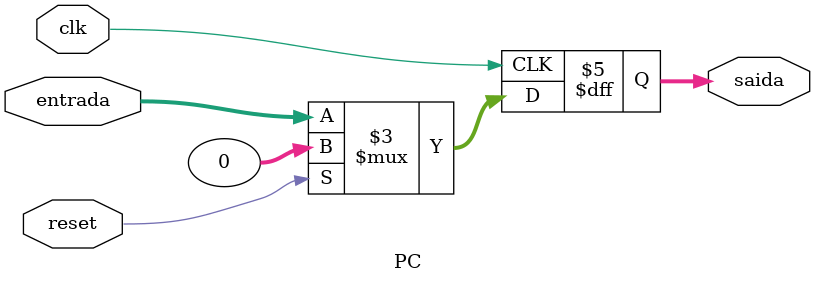
<source format=v>
module PC (entrada,saida,clk,reset);
  input clk,reset;
  input [31:0] entrada;
  output reg[31:0] saida;
  always @ (posedge clk) begin
    saida = entrada;
    if(reset == 1)begin
      saida <= 0;
    end
  end
endmodule //PC

</source>
